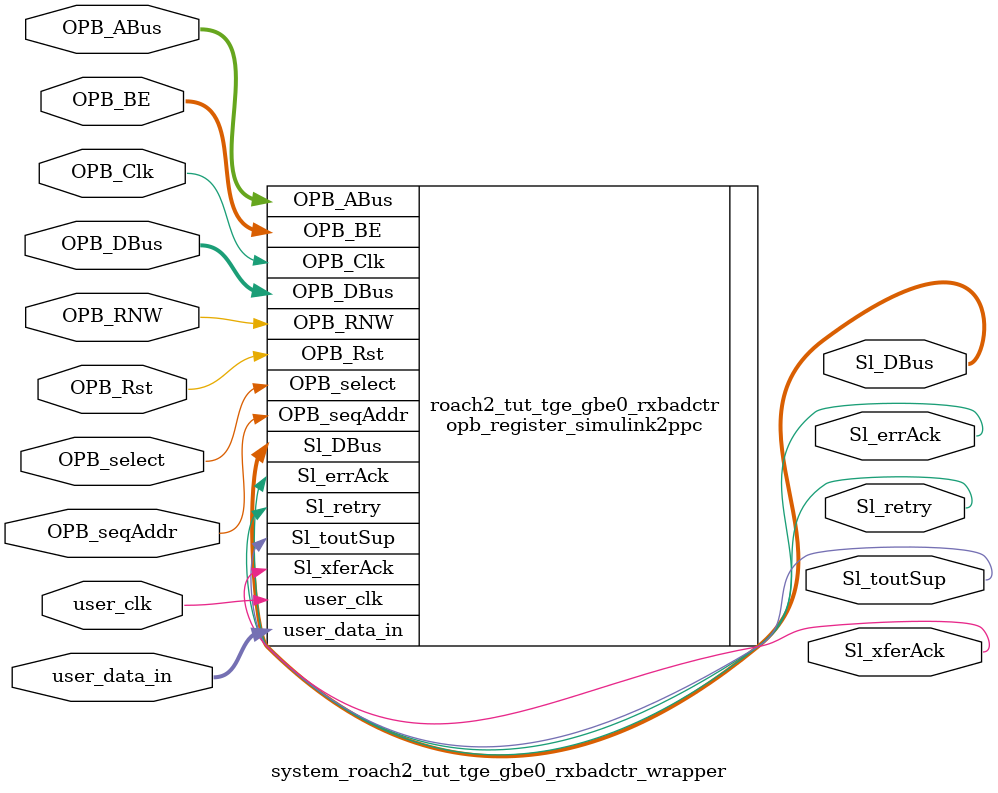
<source format=v>

module system_roach2_tut_tge_gbe0_rxbadctr_wrapper
  (
    OPB_Clk,
    OPB_Rst,
    Sl_DBus,
    Sl_errAck,
    Sl_retry,
    Sl_toutSup,
    Sl_xferAck,
    OPB_ABus,
    OPB_BE,
    OPB_DBus,
    OPB_RNW,
    OPB_select,
    OPB_seqAddr,
    user_data_in,
    user_clk
  );
  input OPB_Clk;
  input OPB_Rst;
  output [0:31] Sl_DBus;
  output Sl_errAck;
  output Sl_retry;
  output Sl_toutSup;
  output Sl_xferAck;
  input [0:31] OPB_ABus;
  input [0:3] OPB_BE;
  input [0:31] OPB_DBus;
  input OPB_RNW;
  input OPB_select;
  input OPB_seqAddr;
  input [31:0] user_data_in;
  input user_clk;

  opb_register_simulink2ppc
    #(
      .C_BASEADDR ( 32'h01008000 ),
      .C_HIGHADDR ( 32'h010080FF ),
      .C_OPB_AWIDTH ( 32 ),
      .C_OPB_DWIDTH ( 32 ),
      .C_FAMILY ( "virtex6" )
    )
    roach2_tut_tge_gbe0_rxbadctr (
      .OPB_Clk ( OPB_Clk ),
      .OPB_Rst ( OPB_Rst ),
      .Sl_DBus ( Sl_DBus ),
      .Sl_errAck ( Sl_errAck ),
      .Sl_retry ( Sl_retry ),
      .Sl_toutSup ( Sl_toutSup ),
      .Sl_xferAck ( Sl_xferAck ),
      .OPB_ABus ( OPB_ABus ),
      .OPB_BE ( OPB_BE ),
      .OPB_DBus ( OPB_DBus ),
      .OPB_RNW ( OPB_RNW ),
      .OPB_select ( OPB_select ),
      .OPB_seqAddr ( OPB_seqAddr ),
      .user_data_in ( user_data_in ),
      .user_clk ( user_clk )
    );

endmodule


</source>
